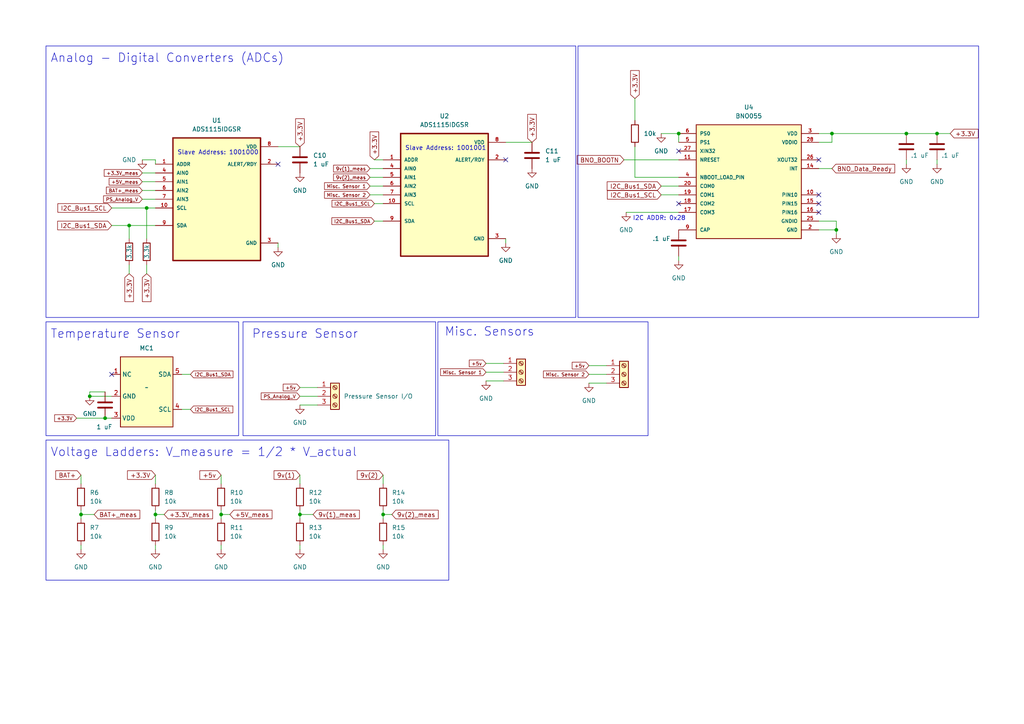
<source format=kicad_sch>
(kicad_sch (version 20230121) (generator eeschema)
  (paper "A4")
  (lib_symbols
    (symbol "ADS1115:ADS1115IDGSR" (pin_names (offset 1.016))
      (property "Reference" "U" (at -12.7 18.78 0))
      (property "Value" "ADS1115IDGSR" (at -12.7 -21.78 0))
      (symbol "ADS1115IDGSR_0_0"
        (rectangle (start -12.7 -17.78) (end 12.7 17.78) (stroke (width 0.41)) (fill (type background)))
        (pin input line (at -17.78 10.16 0) (length 5.08) (name "ADDR") (number "1"))
        (pin input line (at -17.78 -2.54 0) (length 5.08) (name "SCL") (number "10"))
        (pin output line (at 17.78 10.16 180) (length 5.08) (name "ALERT/RDY") (number "2"))
        (pin power_in line (at 17.78 -12.7 180) (length 5.08) (name "GND") (number "3"))
        (pin input line (at -17.78 7.62 0) (length 5.08) (name "AIN0") (number "4"))
        (pin input line (at -17.78 5.08 0) (length 5.08) (name "AIN1") (number "5"))
        (pin input line (at -17.78 2.54 0) (length 5.08) (name "AIN2") (number "6"))
        (pin input line (at -17.78 0 0) (length 5.08) (name "AIN3") (number "7"))
        (pin power_in line (at 17.78 15.24 180) (length 5.08) (name "VDD") (number "8"))
        (pin bidirectional line (at -17.78 -7.62 0) (length 5.08) (name "SDA") (number "9"))
      )
    )
    (symbol "BNO055:BNO055" (pin_names (offset 1.016))
      (property "Reference" "U" (at -14.7397 15.7562 0))
      (property "Value" "BNO055" (at -14.7607 -19.5962 0))
      (symbol "BNO055_0_0"
        (rectangle (start -15.24 -17.78) (end 15.24 15.24) (stroke (width 0.254)) (fill (type background)))
        (pin power_in line (at 20.32 -5.08 180) (length 5.08) (name "PIN10") (number "10"))
        (pin input line (at -20.32 5.08 0) (length 5.08) (name "NRESET") (number "11"))
        (pin output line (at 20.32 2.54 180) (length 5.08) (name "INT") (number "14"))
        (pin power_in line (at 20.32 -7.62 180) (length 5.08) (name "PIN15") (number "15"))
        (pin power_in line (at 20.32 -10.16 180) (length 5.08) (name "PIN16") (number "16"))
        (pin bidirectional line (at -20.32 -10.16 0) (length 5.08) (name "COM3") (number "17"))
        (pin bidirectional line (at -20.32 -7.62 0) (length 5.08) (name "COM2") (number "18"))
        (pin bidirectional line (at -20.32 -5.08 0) (length 5.08) (name "COM1") (number "19"))
        (pin power_in line (at 20.32 -15.24 180) (length 5.08) (name "GND") (number "2"))
        (pin bidirectional line (at -20.32 -2.54 0) (length 5.08) (name "COM0") (number "20"))
        (pin power_in line (at 20.32 -12.7 180) (length 5.08) (name "GNDIO") (number "25"))
        (pin output line (at 20.32 5.08 180) (length 5.08) (name "XOUT32") (number "26"))
        (pin input line (at -20.32 7.62 0) (length 5.08) (name "XIN32") (number "27"))
        (pin power_in line (at 20.32 10.16 180) (length 5.08) (name "VDDIO") (number "28"))
        (pin power_in line (at 20.32 12.7 180) (length 5.08) (name "VDD") (number "3"))
        (pin bidirectional line (at -20.32 0 0) (length 5.08) (name "NBOOT_LOAD_PIN") (number "4"))
        (pin input line (at -20.32 10.16 0) (length 5.08) (name "PS1") (number "5"))
        (pin input line (at -20.32 12.7 0) (length 5.08) (name "PS0") (number "6"))
        (pin passive line (at -20.32 -15.24 0) (length 5.08) (name "CAP") (number "9"))
      )
    )
    (symbol "Connector:Screw_Terminal_01x03" (pin_names (offset 1.016) hide)
      (property "Reference" "J" (at 0 5.08 0))
      (property "Value" "Screw_Terminal_01x03" (at 0 -5.08 0))
      (symbol "Screw_Terminal_01x03_1_1"
        (rectangle (start -1.27 3.81) (end 1.27 -3.81) (stroke (width 0.254)) (fill (type background)))
        (circle (center 0 -2.54) (radius 0.635) (stroke (width 0.1524)))
        (polyline (pts (xy -0.5334 -2.2098) (xy 0.3302 -3.048)) (stroke (width 0.1524)))
        (polyline (pts (xy -0.5334 0.3302) (xy 0.3302 -0.508)) (stroke (width 0.1524)))
        (polyline (pts (xy -0.5334 2.8702) (xy 0.3302 2.032)) (stroke (width 0.1524)))
        (polyline (pts (xy -0.3556 -2.032) (xy 0.508 -2.8702)) (stroke (width 0.1524)))
        (polyline (pts (xy -0.3556 0.508) (xy 0.508 -0.3302)) (stroke (width 0.1524)))
        (polyline (pts (xy -0.3556 3.048) (xy 0.508 2.2098)) (stroke (width 0.1524)))
        (circle (center 0 0) (radius 0.635) (stroke (width 0.1524)))
        (circle (center 0 2.54) (radius 0.635) (stroke (width 0.1524)))
        (pin passive line (at -5.08 2.54 0) (length 3.81) (name "Pin_1") (number "1"))
        (pin passive line (at -5.08 0 0) (length 3.81) (name "Pin_2") (number "2"))
        (pin passive line (at -5.08 -2.54 0) (length 3.81) (name "Pin_3") (number "3"))
      )
    )
    (symbol "Device:C" (pin_numbers hide) (pin_names (offset 0.254))
      (property "Reference" "C" (at 0.635 2.54 0))
      (property "Value" "C" (at 0.635 -2.54 0))
      (symbol "C_0_1"
        (polyline (pts (xy -2.032 -0.762) (xy 2.032 -0.762)) (stroke (width 0.508)))
        (polyline (pts (xy -2.032 0.762) (xy 2.032 0.762)) (stroke (width 0.508)))
      )
      (symbol "C_1_1"
        (pin passive line (at 0 3.81 270) (length 2.794) (name "~") (number "1"))
        (pin passive line (at 0 -3.81 90) (length 2.794) (name "~") (number "2"))
      )
    )
    (symbol "Device:R" (pin_numbers hide) (pin_names (offset 0))
      (property "Reference" "R" (at 2.032 0 90))
      (property "Value" "R" (at 0 0 90))
      (symbol "R_0_1"
        (rectangle (start -1.016 -2.54) (end 1.016 2.54) (stroke (width 0.254)))
      )
      (symbol "R_1_1"
        (pin passive line (at 0 3.81 270) (length 1.27) (name "~") (number "1"))
        (pin passive line (at 0 -3.81 90) (length 1.27) (name "~") (number "2"))
      )
    )
    (symbol "MC74A5-33SNTR:MC74A5-33SNTR"
      (property "Reference" "MC74" (at 0 0 0))
      (symbol "MC74A5-33SNTR_1_1"
        (rectangle (start -7.62 8.89) (end 7.62 -11.43) (stroke (width 0.254)) (fill (type background)))
        (pin input line (at -10.16 3.81 0) (length 2.54) (name "NC") (number "1"))
        (pin input line (at -10.16 -2.54 0) (length 2.54) (name "GND") (number "2"))
        (pin power_in line (at -10.16 -8.89 0) (length 2.54) (name "VDD") (number "3"))
        (pin output line (at 10.16 -6.35 180) (length 2.54) (name "SCL") (number "4"))
        (pin output line (at 10.16 3.81 180) (length 2.54) (name "SDA") (number "5"))
      )
    )
    (symbol "power:GND" (power) (pin_names (offset 0))
      (property "Value" "GND" (at 0 -3.81 0))
      (symbol "GND_0_1"
        (polyline (pts (xy 0 0) (xy 0 -1.27) (xy 1.27 -1.27) (xy 0 -2.54) (xy -1.27 -1.27) (xy 0 -1.27)))
      )
      (symbol "GND_1_1"
        (pin power_in line (at 0 0 270) (length 0) hide (name "GND") (number "1"))
      )
    )
  )
  (junction (at 64.135 149.225))
  (junction (at 196.85 38.735))
  (junction (at 42.545 60.325))
  (junction (at 262.89 38.735))
  (junction (at 86.995 149.225))
  (junction (at 45.085 149.225))
  (junction (at 30.48 121.285))
  (junction (at 111.125 149.225))
  (junction (at 241.3 38.735))
  (junction (at 26.035 114.935))
  (junction (at 242.57 66.675))
  (junction (at 37.465 65.405))
  (junction (at 23.495 149.225))
  (junction (at 271.78 38.735))
  (no_connect (at 237.49 61.595))
  (no_connect (at 32.385 108.585))
  (no_connect (at 196.85 43.815))
  (no_connect (at 146.685 46.355))
  (no_connect (at 237.49 46.355))
  (no_connect (at 237.49 56.515))
  (no_connect (at 80.645 47.625))
  (no_connect (at 237.49 59.055))
  (no_connect (at 196.85 59.055))
  (wire (pts (xy 23.495 149.225) (xy 27.305 149.225)))
  (wire (pts (xy 107.315 53.975) (xy 111.125 53.975)))
  (wire (pts (xy 86.995 114.935) (xy 92.075 114.935)))
  (wire (pts (xy 45.085 60.325) (xy 42.545 60.325)))
  (wire (pts (xy 146.685 41.275) (xy 154.305 41.275)))
  (wire (pts (xy 32.385 65.405) (xy 37.465 65.405)))
  (wire (pts (xy 80.645 42.545) (xy 86.995 42.545)))
  (wire (pts (xy 242.57 66.675) (xy 237.49 66.675)))
  (wire (pts (xy 191.77 53.975) (xy 196.85 53.975)))
  (wire (pts (xy 111.125 158.115) (xy 111.125 159.385)))
  (wire (pts (xy 64.135 137.795) (xy 64.135 140.335)))
  (wire (pts (xy 86.995 117.475) (xy 92.075 117.475)))
  (wire (pts (xy 30.48 113.665) (xy 26.035 113.665)))
  (wire (pts (xy 196.85 38.735) (xy 196.85 41.275)))
  (wire (pts (xy 196.85 75.565) (xy 196.85 74.295)))
  (wire (pts (xy 41.275 52.705) (xy 45.085 52.705)))
  (wire (pts (xy 86.995 149.225) (xy 90.805 149.225)))
  (wire (pts (xy 42.545 60.325) (xy 32.385 60.325)))
  (wire (pts (xy 140.97 110.49) (xy 146.05 110.49)))
  (wire (pts (xy 184.15 51.435) (xy 196.85 51.435)))
  (wire (pts (xy 30.48 121.285) (xy 32.385 121.285)))
  (wire (pts (xy 170.815 111.125) (xy 175.895 111.125)))
  (wire (pts (xy 237.49 64.135) (xy 242.57 64.135)))
  (wire (pts (xy 86.995 112.395) (xy 92.075 112.395)))
  (wire (pts (xy 111.125 149.225) (xy 111.125 150.495)))
  (wire (pts (xy 37.465 79.375) (xy 37.465 76.835)))
  (wire (pts (xy 180.975 46.355) (xy 196.85 46.355)))
  (wire (pts (xy 42.545 79.375) (xy 42.545 76.835)))
  (wire (pts (xy 64.135 149.225) (xy 66.675 149.225)))
  (wire (pts (xy 37.465 65.405) (xy 37.465 69.215)))
  (wire (pts (xy 181.61 61.595) (xy 196.85 61.595)))
  (wire (pts (xy 86.995 149.225) (xy 86.995 150.495)))
  (wire (pts (xy 80.645 71.755) (xy 80.645 70.485)))
  (wire (pts (xy 86.995 137.795) (xy 86.995 140.335)))
  (wire (pts (xy 41.275 55.245) (xy 45.085 55.245)))
  (wire (pts (xy 86.995 158.115) (xy 86.995 159.385)))
  (wire (pts (xy 23.495 147.955) (xy 23.495 149.225)))
  (wire (pts (xy 241.3 48.895) (xy 237.49 48.895)))
  (wire (pts (xy 241.3 38.735) (xy 262.89 38.735)))
  (wire (pts (xy 107.315 48.895) (xy 111.125 48.895)))
  (wire (pts (xy 41.275 50.165) (xy 45.085 50.165)))
  (wire (pts (xy 86.995 147.955) (xy 86.995 149.225)))
  (wire (pts (xy 191.77 38.735) (xy 196.85 38.735)))
  (wire (pts (xy 237.49 38.735) (xy 241.3 38.735)))
  (wire (pts (xy 23.495 137.795) (xy 23.495 140.335)))
  (wire (pts (xy 170.815 108.585) (xy 175.895 108.585)))
  (wire (pts (xy 242.57 64.135) (xy 242.57 66.675)))
  (wire (pts (xy 262.89 47.625) (xy 262.89 46.355)))
  (wire (pts (xy 146.685 70.485) (xy 146.685 69.215)))
  (wire (pts (xy 271.78 38.735) (xy 275.59 38.735)))
  (wire (pts (xy 262.89 38.735) (xy 271.78 38.735)))
  (wire (pts (xy 108.585 64.135) (xy 111.125 64.135)))
  (wire (pts (xy 111.125 59.055) (xy 108.585 59.055)))
  (wire (pts (xy 41.275 57.785) (xy 45.085 57.785)))
  (wire (pts (xy 45.085 137.795) (xy 45.085 140.335)))
  (wire (pts (xy 64.135 147.955) (xy 64.135 149.225)))
  (wire (pts (xy 26.035 114.935) (xy 32.385 114.935)))
  (wire (pts (xy 107.315 51.435) (xy 111.125 51.435)))
  (wire (pts (xy 55.245 118.745) (xy 52.705 118.745)))
  (wire (pts (xy 37.465 65.405) (xy 45.085 65.405)))
  (wire (pts (xy 184.15 28.575) (xy 184.15 34.925)))
  (wire (pts (xy 108.585 46.355) (xy 111.125 46.355)))
  (wire (pts (xy 111.125 137.795) (xy 111.125 140.335)))
  (wire (pts (xy 42.545 69.215) (xy 42.545 60.325)))
  (wire (pts (xy 241.3 41.275) (xy 241.3 38.735)))
  (wire (pts (xy 55.245 108.585) (xy 52.705 108.585)))
  (wire (pts (xy 191.77 56.515) (xy 196.85 56.515)))
  (wire (pts (xy 140.97 107.95) (xy 146.05 107.95)))
  (wire (pts (xy 64.135 149.225) (xy 64.135 150.495)))
  (wire (pts (xy 237.49 41.275) (xy 241.3 41.275)))
  (wire (pts (xy 140.97 105.41) (xy 146.05 105.41)))
  (wire (pts (xy 26.035 113.665) (xy 26.035 114.935)))
  (wire (pts (xy 107.315 56.515) (xy 111.125 56.515)))
  (wire (pts (xy 45.085 149.225) (xy 47.625 149.225)))
  (wire (pts (xy 111.125 149.225) (xy 113.665 149.225)))
  (wire (pts (xy 41.275 46.355) (xy 45.085 46.355)))
  (wire (pts (xy 23.495 158.115) (xy 23.495 159.385)))
  (wire (pts (xy 271.78 47.625) (xy 271.78 46.355)))
  (wire (pts (xy 45.085 158.115) (xy 45.085 159.385)))
  (wire (pts (xy 111.125 147.955) (xy 111.125 149.225)))
  (wire (pts (xy 45.085 47.625) (xy 45.085 46.355)))
  (wire (pts (xy 242.57 67.945) (xy 242.57 66.675)))
  (wire (pts (xy 45.085 149.225) (xy 45.085 150.495)))
  (wire (pts (xy 22.225 121.285) (xy 30.48 121.285)))
  (wire (pts (xy 45.085 147.955) (xy 45.085 149.225)))
  (wire (pts (xy 64.135 158.115) (xy 64.135 159.385)))
  (wire (pts (xy 170.815 106.045) (xy 175.895 106.045)))
  (wire (pts (xy 23.495 149.225) (xy 23.495 150.495)))
  (wire (pts (xy 184.15 42.545) (xy 184.15 51.435)))
  (rectangle (start 13.335 93.345) (end 69.215 126.365))
  (rectangle (start 127 93.345) (end 187.96 126.365))
  (rectangle (start 13.335 13.335) (end 167.005 92.075))
  (rectangle (start 70.485 93.345) (end 126.365 126.365))
  (rectangle (start 167.64 13.335) (end 283.845 92.075))
  (rectangle (start 13.335 127.635) (end 130.175 168.275))
  (text "Pressure Sensor" (at 73.025 98.425 0) (effects (font (size 2.5 2.5)) (justify left bottom)))
  (text "Slave Address: 1001001\n" (at 117.475 43.815 0) (effects (font (size 1.27 1.27)) (justify left bottom)))
  (text "Analog - Digital Converters (ADCs)" (at 14.605 18.415 0) (effects (font (size 2.5 2.5)) (justify left bottom)))
  (text "Voltage Ladders: V_measure = 1/2 * V_actual\n" (at 14.605 132.715 0) (effects (font (size 2.5 2.5)) (justify left bottom)))
  (text "Misc. Sensors\n" (at 128.905 97.79 0) (effects (font (size 2.5 2.5)) (justify left bottom)))
  (text "I2C ADDR: 0x28\n" (at 183.515 64.135 0) (effects (font (size 1.27 1.27)) (justify left bottom)))
  (text "Temperature Sensor" (at 14.605 98.425 0) (effects (font (size 2.5 2.5)) (justify left bottom)))
  (text "Slave Address: 1001000\n" (at 51.435 45.085 0) (effects (font (size 1.27 1.27)) (justify left bottom)))
  (global_label "I2C_Bus1_SCL" (shape input) (at 191.77 56.515 180) (property "Intersheetrefs" "${INTERSHEET_REFS}" (effects hide)))
  (global_label "+3.3V" (shape input) (at 154.305 41.275 90) (property "Intersheetrefs" "${INTERSHEET_REFS}" (effects hide)))
  (global_label "+3.3V_meas" (shape input) (at 41.275 50.165 180) (effects (font (size 1 1))) (property "Intersheetrefs" "${INTERSHEET_REFS}" (effects hide)))
  (global_label "+3.3V" (shape input) (at 37.465 79.375 270) (property "Intersheetrefs" "${INTERSHEET_REFS}" (effects hide)))
  (global_label "BAT+_meas" (shape input) (at 41.275 55.245 180) (effects (font (size 1 1))) (property "Intersheetrefs" "${INTERSHEET_REFS}" (effects hide)))
  (global_label "I2C_Bus1_SCL" (shape input) (at 108.585 59.055 180) (effects (font (size 1 1))) (property "Intersheetrefs" "${INTERSHEET_REFS}" (effects hide)))
  (global_label "+5V_meas" (shape input) (at 66.675 149.225 0) (property "Intersheetrefs" "${INTERSHEET_REFS}" (effects hide)))
  (global_label "I2C_Bus1_SDA" (shape input) (at 108.585 64.135 180) (effects (font (size 1 1))) (property "Intersheetrefs" "${INTERSHEET_REFS}" (effects hide)))
  (global_label "I2C_Bus1_SDA" (shape input) (at 32.385 65.405 180) (property "Intersheetrefs" "${INTERSHEET_REFS}" (effects hide)))
  (global_label "Misc. Sensor 2" (shape input) (at 107.315 56.515 180) (effects (font (size 1 1))) (property "Intersheetrefs" "${INTERSHEET_REFS}" (effects hide)))
  (global_label "9v(2)" (shape input) (at 111.125 137.795 180) (property "Intersheetrefs" "${INTERSHEET_REFS}" (effects hide)))
  (global_label "I2C_Bus1_SDA" (shape input) (at 191.77 53.975 180) (property "Intersheetrefs" "${INTERSHEET_REFS}" (effects hide)))
  (global_label "Misc. Sensor 1" (shape input) (at 140.97 107.95 180) (effects (font (size 1 1))) (property "Intersheetrefs" "${INTERSHEET_REFS}" (effects hide)))
  (global_label "9v(2)_meas" (shape input) (at 113.665 149.225 0) (property "Intersheetrefs" "${INTERSHEET_REFS}" (effects hide)))
  (global_label "9v(1)_meas" (shape input) (at 90.805 149.225 0) (property "Intersheetrefs" "${INTERSHEET_REFS}" (effects hide)))
  (global_label "I2C_Bus1_SDA" (shape input) (at 55.245 108.585 0) (effects (font (size 1 1))) (property "Intersheetrefs" "${INTERSHEET_REFS}" (effects hide)))
  (global_label "+5V_meas" (shape input) (at 41.275 52.705 180) (effects (font (size 1 1))) (property "Intersheetrefs" "${INTERSHEET_REFS}" (effects hide)))
  (global_label "+3.3V" (shape input) (at 86.995 42.545 90) (property "Intersheetrefs" "${INTERSHEET_REFS}" (effects hide)))
  (global_label "+5v" (shape input) (at 170.815 106.045 180) (effects (font (size 1 1))) (property "Intersheetrefs" "${INTERSHEET_REFS}" (effects hide)))
  (global_label "+3.3V" (shape input) (at 275.59 38.735 0) (property "Intersheetrefs" "${INTERSHEET_REFS}" (effects hide)))
  (global_label "I2C_Bus1_SCL" (shape input) (at 55.245 118.745 0) (effects (font (size 1 1))) (property "Intersheetrefs" "${INTERSHEET_REFS}" (effects hide)))
  (global_label "PS_Analog_V" (shape input) (at 86.995 114.935 180) (effects (font (size 1 1))) (property "Intersheetrefs" "${INTERSHEET_REFS}" (effects hide)))
  (global_label "+3.3V" (shape input) (at 45.085 137.795 180) (property "Intersheetrefs" "${INTERSHEET_REFS}" (effects hide)))
  (global_label "BNO_BOOTN" (shape input) (at 180.975 46.355 180) (property "Intersheetrefs" "${INTERSHEET_REFS}" (effects hide)))
  (global_label "PS_Analog_V" (shape input) (at 41.275 57.785 180) (effects (font (size 1 1))) (property "Intersheetrefs" "${INTERSHEET_REFS}" (effects hide)))
  (global_label "BAT+_meas" (shape input) (at 27.305 149.225 0) (property "Intersheetrefs" "${INTERSHEET_REFS}" (effects hide)))
  (global_label "I2C_Bus1_SCL" (shape input) (at 32.385 60.325 180) (property "Intersheetrefs" "${INTERSHEET_REFS}" (effects hide)))
  (global_label "Misc. Sensor 1" (shape input) (at 107.315 53.975 180) (effects (font (size 1 1))) (property "Intersheetrefs" "${INTERSHEET_REFS}" (effects hide)))
  (global_label "9v(1)_meas" (shape input) (at 107.315 48.895 180) (effects (font (size 1 1))) (property "Intersheetrefs" "${INTERSHEET_REFS}" (effects hide)))
  (global_label "BAT+" (shape input) (at 23.495 137.795 180) (property "Intersheetrefs" "${INTERSHEET_REFS}" (effects hide)))
  (global_label "+5v" (shape input) (at 86.995 112.395 180) (effects (font (size 1 1))) (property "Intersheetrefs" "${INTERSHEET_REFS}" (effects hide)))
  (global_label "+3.3V_meas" (shape input) (at 47.625 149.225 0) (property "Intersheetrefs" "${INTERSHEET_REFS}" (effects hide)))
  (global_label "+3.3V" (shape input) (at 22.225 121.285 180) (effects (font (size 1 1))) (property "Intersheetrefs" "${INTERSHEET_REFS}" (effects hide)))
  (global_label "+3.3V" (shape input) (at 184.15 28.575 90) (property "Intersheetrefs" "${INTERSHEET_REFS}" (effects hide)))
  (global_label "+3.3V" (shape input) (at 42.545 79.375 270) (property "Intersheetrefs" "${INTERSHEET_REFS}" (effects hide)))
  (global_label "+5v" (shape input) (at 64.135 137.795 180) (property "Intersheetrefs" "${INTERSHEET_REFS}" (effects hide)))
  (global_label "9v(2)_meas" (shape input) (at 107.315 51.435 180) (effects (font (size 1 1))) (property "Intersheetrefs" "${INTERSHEET_REFS}" (effects hide)))
  (global_label "+3.3V" (shape input) (at 108.585 46.355 90) (property "Intersheetrefs" "${INTERSHEET_REFS}" (effects hide)))
  (global_label "BNO_Data_Ready" (shape input) (at 241.3 48.895 0) (property "Intersheetrefs" "${INTERSHEET_REFS}" (effects hide)))
  (global_label "+5v" (shape input) (at 140.97 105.41 180) (effects (font (size 1 1))) (property "Intersheetrefs" "${INTERSHEET_REFS}" (effects hide)))
  (global_label "Misc. Sensor 2" (shape input) (at 170.815 108.585 180) (effects (font (size 1 1))) (property "Intersheetrefs" "${INTERSHEET_REFS}" (effects hide)))
  (global_label "9v(1)" (shape input) (at 86.995 137.795 180) (property "Intersheetrefs" "${INTERSHEET_REFS}" (effects hide)))
  (symbol (lib_id "power:GND") (at 196.85 75.565 0) (unit 1)
    (property "Reference" "#PWR078" (effects hide))
    (property "Value" "GND" (at 196.85 80.645 0))
  )
  (symbol (lib_id "Device:C") (at 154.305 45.085 0) (unit 1)
    (property "Reference" "C11" (at 158.115 43.815 0) (effects (justify left)))
    (property "Value" "1 uF" (at 158.115 46.355 0) (effects (justify left)))
    (property "Footprint" "Capacitor_SMD:C_0603_1608Metric_Pad1.08x0.95mm_HandSolder" (effects hide))
  )
  (symbol (lib_id "power:GND") (at 86.995 117.475 0) (unit 1)
    (property "Reference" "#PWR053" (effects hide))
    (property "Value" "GND" (at 86.995 122.555 0))
  )
  (symbol (lib_id "Connector:Screw_Terminal_01x03") (at 151.13 107.95 0) (unit 1)
    (property "Reference" "J6" (effects hide))
    (property "Value" "Pressure Sensor I/O" (effects hide))
    (property "Footprint" "Connector_PinHeader_2.54mm:PinHeader_1x03_P2.54mm_Vertical" (effects hide))
  )
  (symbol (lib_id "Device:C") (at 262.89 42.545 0) (unit 1)
    (property "Reference" "C27" (effects hide))
    (property "Value" ".1 uF" (at 264.16 45.085 0) (effects (justify left)))
    (property "Footprint" "Capacitor_SMD:C_0603_1608Metric_Pad1.08x0.95mm_HandSolder" (effects hide))
  )
  (symbol (lib_id "BNO055:BNO055") (at 217.17 51.435 0) (unit 1)
    (property "Reference" "U4" (at 217.17 31.115 0))
    (property "Value" "BNO055" (at 217.17 33.655 0))
    (property "Footprint" "BNO055:LGA28R50P4X10_380X520X100" (effects hide))
    (property "MF" "Bosch" (effects hide))
    (property "Description" "\nBNO055 series Accelerometer, Gyroscope, Magnetometer, 3 Axis Sensor Evaluation Board\n" (effects hide))
    (property "Package" "LGA-28 Bosch" (effects hide))
    (property "Price" "None" (effects hide))
    (property "Check_prices" "https://www.snapeda.com/parts/BNO055/Bosch+Sensortec/view-part/?ref=eda" (effects hide))
    (property "SnapEDA_Link" "https://www.snapeda.com/parts/BNO055/Bosch+Sensortec/view-part/?ref=snap" (effects hide))
    (property "MP" "BNO055" (effects hide))
    (property "Availability" "In Stock" (effects hide))
    (property "MANUFACTURER" "BOSCH" (effects hide))
  )
  (symbol (lib_id "Connector:Screw_Terminal_01x03") (at 97.155 114.935 0) (unit 1)
    (property "Reference" "J5" (effects hide))
    (property "Value" "Pressure Sensor I/O" (at 99.695 114.935 0) (effects (justify left)))
    (property "Footprint" "Connector_PinHeader_2.54mm:PinHeader_1x03_P2.54mm_Vertical" (effects hide))
  )
  (symbol (lib_id "power:GND") (at 146.685 70.485 0) (unit 1)
    (property "Reference" "#PWR025" (effects hide))
    (property "Value" "GND" (at 146.685 75.565 0))
  )
  (symbol (lib_id "Device:R") (at 45.085 154.305 0) (unit 1)
    (property "Reference" "R9" (at 47.625 153.035 0) (effects (justify left)))
    (property "Value" "10k" (at 47.625 155.575 0) (effects (justify left)))
    (property "Footprint" "Resistor_SMD:R_0603_1608Metric_Pad0.98x0.95mm_HandSolder" (effects hide))
  )
  (symbol (lib_id "Connector:Screw_Terminal_01x03") (at 180.975 108.585 0) (unit 1)
    (property "Reference" "J7" (effects hide))
    (property "Value" "Pressure Sensor I/O" (effects hide))
    (property "Footprint" "Connector_PinHeader_2.54mm:PinHeader_1x03_P2.54mm_Vertical" (effects hide))
  )
  (symbol (lib_id "Device:C") (at 271.78 42.545 0) (unit 1)
    (property "Reference" "C28" (effects hide))
    (property "Value" ".1 uF" (at 273.05 45.085 0) (effects (justify left)))
    (property "Footprint" "Capacitor_SMD:C_0603_1608Metric_Pad1.08x0.95mm_HandSolder" (effects hide))
  )
  (symbol (lib_id "ADS1115:ADS1115IDGSR") (at 128.905 56.515 0) (unit 1)
    (property "Reference" "U2" (at 128.905 33.655 0))
    (property "Value" "ADS1115IDGSR" (at 128.905 36.195 0))
    (property "Footprint" "ADS1115:SOP50P490X110-10N" (effects hide))
    (property "MF" "Texas Instruments" (effects hide))
    (property "Description" "\n16-bit, 860-SPS, 4-channel, delta-sigma ADC with PGA, oscillator, VREF, comparator and I2C\n" (effects hide))
    (property "Package" "VSSOP-10 Texas Instruments" (effects hide))
    (property "Price" "None" (effects hide))
    (property "SnapEDA_Link" "https://www.snapeda.com/parts/ADS1115IDGSR/Texas+Instruments/view-part/?ref=snap" (effects hide))
    (property "MP" "ADS1115IDGSR" (effects hide))
    (property "Purchase-URL" "https://www.snapeda.com/api/url_track_click_mouser/?unipart_id=45903&manufacturer=Texas Instruments&part_name=ADS1115IDGSR&search_term=ads1115idgsr" (effects hide))
    (property "Availability" "In Stock" (effects hide))
    (property "Check_prices" "https://www.snapeda.com/parts/ADS1115IDGSR/Texas+Instruments/view-part/?ref=eda" (effects hide))
  )
  (symbol (lib_id "Device:R") (at 45.085 144.145 0) (unit 1)
    (property "Reference" "R8" (at 47.625 142.875 0) (effects (justify left)))
    (property "Value" "10k" (at 47.625 145.415 0) (effects (justify left)))
    (property "Footprint" "Resistor_SMD:R_0603_1608Metric_Pad0.98x0.95mm_HandSolder" (effects hide))
  )
  (symbol (lib_id "Device:C") (at 30.48 117.475 0) (unit 1)
    (property "Reference" "C16" (effects hide))
    (property "Value" "1 uF" (at 27.94 123.825 0) (effects (justify left)))
    (property "Footprint" "Capacitor_SMD:C_0603_1608Metric_Pad1.08x0.95mm_HandSolder" (effects hide))
  )
  (symbol (lib_id "MC74A5-33SNTR:MC74A5-33SNTR") (at 42.545 112.395 0) (unit 1)
    (property "Reference" "MC1" (at 42.545 100.965 0))
    (property "Value" "~" (at 42.545 112.395 0))
    (property "Footprint" "Package_TO_SOT_SMD:SOT-23-5_HandSoldering" (effects hide))
  )
  (symbol (lib_id "power:GND") (at 170.815 111.125 0) (unit 1)
    (property "Reference" "#PWR080" (effects hide))
    (property "Value" "GND" (at 170.815 116.205 0))
  )
  (symbol (lib_id "Device:R") (at 64.135 144.145 0) (unit 1)
    (property "Reference" "R10" (at 66.675 142.875 0) (effects (justify left)))
    (property "Value" "10k" (at 66.675 145.415 0) (effects (justify left)))
    (property "Footprint" "Resistor_SMD:R_0603_1608Metric_Pad0.98x0.95mm_HandSolder" (effects hide))
  )
  (symbol (lib_id "Device:C") (at 86.995 46.355 0) (unit 1)
    (property "Reference" "C10" (at 90.805 45.085 0) (effects (justify left)))
    (property "Value" "1 uF" (at 90.805 47.625 0) (effects (justify left)))
    (property "Footprint" "Capacitor_SMD:C_0603_1608Metric_Pad1.08x0.95mm_HandSolder" (effects hide))
  )
  (symbol (lib_id "power:GND") (at 242.57 67.945 0) (unit 1)
    (property "Reference" "#PWR075" (effects hide))
    (property "Value" "GND" (at 242.57 73.025 0))
  )
  (symbol (lib_id "power:GND") (at 271.78 47.625 0) (unit 1)
    (property "Reference" "#PWR077" (effects hide))
    (property "Value" "GND" (at 271.78 52.705 0))
  )
  (symbol (lib_id "power:GND") (at 64.135 159.385 0) (unit 1)
    (property "Reference" "#PWR035" (effects hide))
    (property "Value" "GND" (at 64.135 164.465 0))
  )
  (symbol (lib_id "power:GND") (at 140.97 110.49 0) (unit 1)
    (property "Reference" "#PWR079" (effects hide))
    (property "Value" "GND" (at 140.97 115.57 0))
  )
  (symbol (lib_id "ADS1115:ADS1115IDGSR") (at 62.865 57.785 0) (unit 1)
    (property "Reference" "U1" (at 62.865 34.925 0))
    (property "Value" "ADS1115IDGSR" (at 62.865 37.465 0))
    (property "Footprint" "ADS1115:SOP50P490X110-10N" (effects hide))
    (property "MF" "Texas Instruments" (effects hide))
    (property "Description" "\n16-bit, 860-SPS, 4-channel, delta-sigma ADC with PGA, oscillator, VREF, comparator and I2C\n" (effects hide))
    (property "Package" "VSSOP-10 Texas Instruments" (effects hide))
    (property "Price" "None" (effects hide))
    (property "SnapEDA_Link" "https://www.snapeda.com/parts/ADS1115IDGSR/Texas+Instruments/view-part/?ref=snap" (effects hide))
    (property "MP" "ADS1115IDGSR" (effects hide))
    (property "Purchase-URL" "https://www.snapeda.com/api/url_track_click_mouser/?unipart_id=45903&manufacturer=Texas Instruments&part_name=ADS1115IDGSR&search_term=ads1115idgsr" (effects hide))
    (property "Availability" "In Stock" (effects hide))
    (property "Check_prices" "https://www.snapeda.com/parts/ADS1115IDGSR/Texas+Instruments/view-part/?ref=eda" (effects hide))
  )
  (symbol (lib_id "Device:R") (at 42.545 73.025 180) (unit 1)
    (property "Reference" "R17" (effects hide))
    (property "Value" "3.3k" (at 42.545 73.025 90))
    (property "Footprint" "Resistor_SMD:R_0603_1608Metric_Pad0.98x0.95mm_HandSolder" (effects hide))
  )
  (symbol (lib_id "Device:C") (at 196.85 70.485 0) (unit 1)
    (property "Reference" "C29" (effects hide))
    (property "Value" ".1 uF" (at 189.23 69.215 0) (effects (justify left)))
    (property "Footprint" "Capacitor_SMD:C_0603_1608Metric_Pad1.08x0.95mm_HandSolder" (effects hide))
  )
  (symbol (lib_id "power:GND") (at 191.77 38.735 0) (unit 1)
    (property "Reference" "#PWR082" (effects hide))
    (property "Value" "GND" (at 191.77 43.815 0))
  )
  (symbol (lib_id "Device:R") (at 111.125 154.305 0) (unit 1)
    (property "Reference" "R15" (at 113.665 153.035 0) (effects (justify left)))
    (property "Value" "10k" (at 113.665 155.575 0) (effects (justify left)))
    (property "Footprint" "Resistor_SMD:R_0603_1608Metric_Pad0.98x0.95mm_HandSolder" (effects hide))
  )
  (symbol (lib_id "power:GND") (at 154.305 48.895 0) (unit 1)
    (property "Reference" "#PWR024" (effects hide))
    (property "Value" "GND" (at 154.305 53.975 0))
  )
  (symbol (lib_id "Device:R") (at 86.995 154.305 0) (unit 1)
    (property "Reference" "R13" (at 89.535 153.035 0) (effects (justify left)))
    (property "Value" "10k" (at 89.535 155.575 0) (effects (justify left)))
    (property "Footprint" "Resistor_SMD:R_0603_1608Metric_Pad0.98x0.95mm_HandSolder" (effects hide))
  )
  (symbol (lib_id "power:GND") (at 111.125 159.385 0) (unit 1)
    (property "Reference" "#PWR041" (effects hide))
    (property "Value" "GND" (at 111.125 164.465 0))
  )
  (symbol (lib_id "Device:R") (at 64.135 154.305 0) (unit 1)
    (property "Reference" "R11" (at 66.675 153.035 0) (effects (justify left)))
    (property "Value" "10k" (at 66.675 155.575 0) (effects (justify left)))
    (property "Footprint" "Resistor_SMD:R_0603_1608Metric_Pad0.98x0.95mm_HandSolder" (effects hide))
  )
  (symbol (lib_id "power:GND") (at 80.645 71.755 0) (unit 1)
    (property "Reference" "#PWR026" (effects hide))
    (property "Value" "GND" (at 80.645 76.835 0))
  )
  (symbol (lib_id "Device:R") (at 86.995 144.145 0) (unit 1)
    (property "Reference" "R12" (at 89.535 142.875 0) (effects (justify left)))
    (property "Value" "10k" (at 89.535 145.415 0) (effects (justify left)))
    (property "Footprint" "Resistor_SMD:R_0603_1608Metric_Pad0.98x0.95mm_HandSolder" (effects hide))
  )
  (symbol (lib_id "power:GND") (at 23.495 159.385 0) (unit 1)
    (property "Reference" "#PWR033" (effects hide))
    (property "Value" "GND" (at 23.495 164.465 0))
  )
  (symbol (lib_id "power:GND") (at 262.89 47.625 0) (unit 1)
    (property "Reference" "#PWR076" (effects hide))
    (property "Value" "GND" (at 262.89 52.705 0))
  )
  (symbol (lib_id "Device:R") (at 111.125 144.145 0) (unit 1)
    (property "Reference" "R14" (at 113.665 142.875 0) (effects (justify left)))
    (property "Value" "10k" (at 113.665 145.415 0) (effects (justify left)))
    (property "Footprint" "Resistor_SMD:R_0603_1608Metric_Pad0.98x0.95mm_HandSolder" (effects hide))
  )
  (symbol (lib_id "power:GND") (at 86.995 50.165 0) (unit 1)
    (property "Reference" "#PWR023" (effects hide))
    (property "Value" "GND" (at 86.995 55.245 0))
  )
  (symbol (lib_id "Device:R") (at 23.495 154.305 0) (unit 1)
    (property "Reference" "R7" (at 26.035 153.035 0) (effects (justify left)))
    (property "Value" "10k" (at 26.035 155.575 0) (effects (justify left)))
    (property "Footprint" "Resistor_SMD:R_0603_1608Metric_Pad0.98x0.95mm_HandSolder" (effects hide))
  )
  (symbol (lib_id "power:GND") (at 45.085 159.385 0) (unit 1)
    (property "Reference" "#PWR034" (effects hide))
    (property "Value" "GND" (at 45.085 164.465 0))
  )
  (symbol (lib_id "power:GND") (at 26.035 114.935 0) (unit 1)
    (property "Reference" "#PWR054" (effects hide))
    (property "Value" "GND" (at 26.035 120.015 0))
  )
  (symbol (lib_id "Device:R") (at 23.495 144.145 0) (unit 1)
    (property "Reference" "R6" (at 26.035 142.875 0) (effects (justify left)))
    (property "Value" "10k" (at 26.035 145.415 0) (effects (justify left)))
    (property "Footprint" "Resistor_SMD:R_0603_1608Metric_Pad0.98x0.95mm_HandSolder" (effects hide))
  )
  (symbol (lib_id "power:GND") (at 181.61 61.595 0) (unit 1)
    (property "Reference" "#PWR081" (effects hide))
    (property "Value" "GND" (at 181.61 66.675 0))
  )
  (symbol (lib_id "Device:R") (at 184.15 38.735 0) (unit 1)
    (property "Reference" "R18" (effects hide))
    (property "Value" "10k" (at 186.69 38.735 0) (effects (justify left)))
    (property "Footprint" "Resistor_SMD:R_0603_1608Metric_Pad0.98x0.95mm_HandSolder" (effects hide))
  )
  (symbol (lib_id "power:GND") (at 86.995 159.385 0) (unit 1)
    (property "Reference" "#PWR040" (effects hide))
    (property "Value" "GND" (at 86.995 164.465 0))
  )
  (symbol (lib_id "Device:R") (at 37.465 73.025 180) (unit 1)
    (property "Reference" "R16" (effects hide))
    (property "Value" "3.3k" (at 37.465 73.025 90))
    (property "Footprint" "Resistor_SMD:R_0603_1608Metric_Pad0.98x0.95mm_HandSolder" (effects hide))
  )
  (symbol (lib_id "power:GND") (at 41.275 46.355 0) (unit 1)
    (property "Reference" "#PWR042" (effects hide))
    (property "Value" "GND" (at 37.465 46.355 0))
  )
)
</source>
